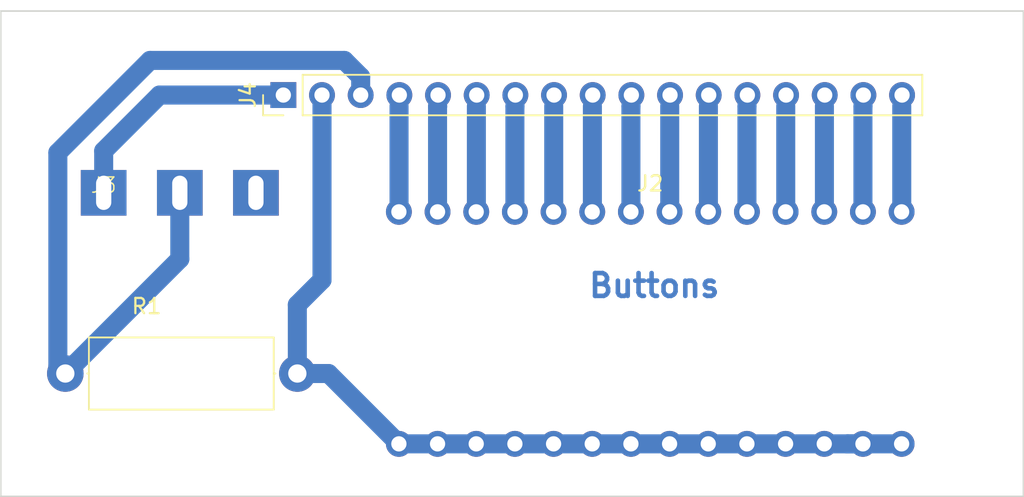
<source format=kicad_pcb>
(kicad_pcb (version 20221018) (generator pcbnew)
  (layers (0 "F.Cu" signal) (31 "B.Cu" signal) (34 "B.Paste" user) (35 "F.Paste" user) (36 "B.SilkS" user "B.Silkscreen") (37 "F.SilkS" user "F.Silkscreen") (38 "B.Mask" user) (39 "F.Mask" user) (44 "Edge.Cuts" user))
  (net 0 "")
  (net 1 "+3.3V")
  (net 2 "Net-(J2-Pin_1)")
  (net 3 "Net-(J2-Pin_3)")
  (net 4 "Net-(J2-Pin_5)")
  (net 5 "Net-(J2-Pin_7)")
  (net 6 "Net-(J2-Pin_9)")
  (net 7 "Net-(J2-Pin_11)")
  (net 8 "Net-(J2-Pin_13)")
  (net 9 "Net-(J2-Pin_15)")
  (net 10 "Net-(J2-Pin_17)")
  (net 11 "Net-(J2-Pin_19)")
  (net 12 "Net-(J2-Pin_21)")
  (net 13 "Net-(J2-Pin_23)")
  (net 14 "Net-(J2-Pin_25)")
  (net 15 "Net-(J2-Pin_27)")
  (net 16 "Net-(J3-Pin_1)")
  (net 17 "Net-(J3-Pin_2)")
  (footprint "Connector_PinHeader_2.54mm:PinHeader_1x17_P2.54mm_Vertical" (layer "F.Cu") (at 51.91 34.35 90)
    (fp_text reference "J4" (at 0 -2.33 90) (layer "F.SilkS"))
    (fp_text value "Conn_01x17_Pin")
    (fp_line (start -1.33 -1.33) (end 0 -1.33) (stroke (width 0.12)) (layer "F.SilkS"))
    (fp_line (start -1.33 0) (end -1.33 -1.33) (stroke (width 0.12)) (layer "F.SilkS"))
    (fp_line (start -1.33 1.27) (end -1.33 41.97) (stroke (width 0.12)) (layer "F.SilkS"))
    (fp_line (start -1.33 1.27) (end 1.33 1.27) (stroke (width 0.12)) (layer "F.SilkS"))
    (fp_line (start -1.33 41.97) (end 1.33 41.97) (stroke (width 0.12)) (layer "F.SilkS"))
    (fp_line (start 1.33 1.27) (end 1.33 41.97) (stroke (width 0.12)) (layer "F.SilkS"))
    (pad "1" thru_hole rect (at 0 0 90) (size 1.7 1.7) (drill 1) (layers "*.Cu" "*.Mask") (net 16 "Net-(J3-Pin_1)"))
    (pad "2" thru_hole oval (at 0 2.54 90) (size 1.7 1.7) (drill 1) (layers "*.Cu" "*.Mask") (net 1 "+3.3V"))
    (pad "3" thru_hole oval (at 0 5.08 90) (size 1.7 1.7) (drill 1) (layers "*.Cu" "*.Mask") (net 17 "Net-(J3-Pin_2)"))
    (pad "4" thru_hole oval (at 0 7.62 90) (size 1.7 1.7) (drill 1) (layers "*.Cu" "*.Mask") (net 2 "Net-(J2-Pin_1)"))
    (pad "5" thru_hole oval (at 0 10.16 90) (size 1.7 1.7) (drill 1) (layers "*.Cu" "*.Mask") (net 3 "Net-(J2-Pin_3)"))
    (pad "6" thru_hole oval (at 0 12.7 90) (size 1.7 1.7) (drill 1) (layers "*.Cu" "*.Mask") (net 4 "Net-(J2-Pin_5)"))
    (pad "7" thru_hole oval (at 0 15.24 90) (size 1.7 1.7) (drill 1) (layers "*.Cu" "*.Mask") (net 5 "Net-(J2-Pin_7)"))
    (pad "8" thru_hole oval (at 0 17.78 90) (size 1.7 1.7) (drill 1) (layers "*.Cu" "*.Mask") (net 6 "Net-(J2-Pin_9)"))
    (pad "9" thru_hole oval (at 0 20.32 90) (size 1.7 1.7) (drill 1) (layers "*.Cu" "*.Mask") (net 7 "Net-(J2-Pin_11)"))
    (pad "10" thru_hole oval (at 0 22.86 90) (size 1.7 1.7) (drill 1) (layers "*.Cu" "*.Mask") (net 8 "Net-(J2-Pin_13)"))
    (pad "11" thru_hole oval (at 0 25.4 90) (size 1.7 1.7) (drill 1) (layers "*.Cu" "*.Mask") (net 9 "Net-(J2-Pin_15)"))
    (pad "12" thru_hole oval (at 0 27.94 90) (size 1.7 1.7) (drill 1) (layers "*.Cu" "*.Mask") (net 10 "Net-(J2-Pin_17)"))
    (pad "13" thru_hole oval (at 0 30.48 90) (size 1.7 1.7) (drill 1) (layers "*.Cu" "*.Mask") (net 11 "Net-(J2-Pin_19)"))
    (pad "14" thru_hole oval (at 0 33.02 90) (size 1.7 1.7) (drill 1) (layers "*.Cu" "*.Mask") (net 12 "Net-(J2-Pin_21)"))
    (pad "15" thru_hole oval (at 0 35.56 90) (size 1.7 1.7) (drill 1) (layers "*.Cu" "*.Mask") (net 13 "Net-(J2-Pin_23)"))
    (pad "16" thru_hole oval (at 0 38.1 90) (size 1.7 1.7) (drill 1) (layers "*.Cu" "*.Mask") (net 14 "Net-(J2-Pin_25)"))
    (pad "17" thru_hole oval (at 0 40.64 90) (size 1.7 1.7) (drill 1) (layers "*.Cu" "*.Mask") (net 15 "Net-(J2-Pin_27)"))
  )
  (footprint "6.2300FPLibrary:AHHH" (layer "F.Cu") (at 40.11 40.77)
    (fp_text reference "J3" (at 0 -0.5 unlocked) (layer "F.SilkS") (effects (font (thickness 0.1))))
    (fp_text value "Conn_01x03_Pin")
    (pad "1" thru_hole rect (at 0 0) (size 3 3) (drill oval 1 2.25) (layers "*.Cu" "*.Mask") (net 16 "Net-(J3-Pin_1)"))
    (pad "2" thru_hole rect (at 5 0) (size 3 3) (drill oval 1 2.25) (layers "*.Cu" "*.Mask") (net 17 "Net-(J3-Pin_2)"))
    (pad "3" thru_hole rect (at 10 0) (size 3 3) (drill oval 1 2.25) (layers "*.Cu" "*.Mask"))
  )
  (footprint "Connector_Samtec_HLE_THT:Samtec_HLE-114-02-xx-DV-PE_2x14_P2.54mm_Horizontal" (layer "F.Cu") (at 59.5 42.02)
    (fp_text reference "J2" (at 16.51 -1.86) (layer "F.SilkS"))
    (fp_text value "Conn_02x14_Odd_Even" hide)
    (pad "1" thru_hole circle (at 0 0) (size 1.7 1.7) (drill 1) (layers "*.Cu" "*.Mask") (net 2 "Net-(J2-Pin_1)"))
    (pad "2" thru_hole circle (at 0 15.24) (size 1.7 1.7) (drill 1) (layers "*.Cu" "*.Mask") (net 1 "+3.3V"))
    (pad "3" thru_hole circle (at 2.54 0) (size 1.7 1.7) (drill 1) (layers "*.Cu" "*.Mask") (net 3 "Net-(J2-Pin_3)"))
    (pad "4" thru_hole circle (at 2.54 15.24) (size 1.7 1.7) (drill 1) (layers "*.Cu" "*.Mask") (net 1 "+3.3V"))
    (pad "5" thru_hole circle (at 5.08 0) (size 1.7 1.7) (drill 1) (layers "*.Cu" "*.Mask") (net 4 "Net-(J2-Pin_5)"))
    (pad "6" thru_hole circle (at 5.08 15.24) (size 1.7 1.7) (drill 1) (layers "*.Cu" "*.Mask") (net 1 "+3.3V"))
    (pad "7" thru_hole circle (at 7.62 0) (size 1.7 1.7) (drill 1) (layers "*.Cu" "*.Mask") (net 5 "Net-(J2-Pin_7)"))
    (pad "8" thru_hole circle (at 7.62 15.24) (size 1.7 1.7) (drill 1) (layers "*.Cu" "*.Mask") (net 1 "+3.3V"))
    (pad "9" thru_hole circle (at 10.16 0) (size 1.7 1.7) (drill 1) (layers "*.Cu" "*.Mask") (net 6 "Net-(J2-Pin_9)"))
    (pad "10" thru_hole circle (at 10.16 15.24) (size 1.7 1.7) (drill 1) (layers "*.Cu" "*.Mask") (net 1 "+3.3V"))
    (pad "11" thru_hole circle (at 12.7 0) (size 1.7 1.7) (drill 1) (layers "*.Cu" "*.Mask") (net 7 "Net-(J2-Pin_11)"))
    (pad "12" thru_hole circle (at 12.7 15.24) (size 1.7 1.7) (drill 1) (layers "*.Cu" "*.Mask") (net 1 "+3.3V"))
    (pad "13" thru_hole circle (at 15.24 0) (size 1.7 1.7) (drill 1) (layers "*.Cu" "*.Mask") (net 8 "Net-(J2-Pin_13)"))
    (pad "14" thru_hole circle (at 15.24 15.24) (size 1.7 1.7) (drill 1) (layers "*.Cu" "*.Mask") (net 1 "+3.3V"))
    (pad "15" thru_hole circle (at 17.78 0) (size 1.7 1.7) (drill 1) (layers "*.Cu" "*.Mask") (net 9 "Net-(J2-Pin_15)"))
    (pad "16" thru_hole circle (at 17.78 15.24) (size 1.7 1.7) (drill 1) (layers "*.Cu" "*.Mask") (net 1 "+3.3V"))
    (pad "17" thru_hole circle (at 20.32 0) (size 1.7 1.7) (drill 1) (layers "*.Cu" "*.Mask") (net 10 "Net-(J2-Pin_17)"))
    (pad "18" thru_hole circle (at 20.32 15.24) (size 1.7 1.7) (drill 1) (layers "*.Cu" "*.Mask") (net 1 "+3.3V"))
    (pad "19" thru_hole circle (at 22.86 0) (size 1.7 1.7) (drill 1) (layers "*.Cu" "*.Mask") (net 11 "Net-(J2-Pin_19)"))
    (pad "20" thru_hole circle (at 22.86 15.24) (size 1.7 1.7) (drill 1) (layers "*.Cu" "*.Mask") (net 1 "+3.3V"))
    (pad "21" thru_hole circle (at 25.4 0) (size 1.7 1.7) (drill 1) (layers "*.Cu" "*.Mask") (net 12 "Net-(J2-Pin_21)"))
    (pad "22" thru_hole circle (at 25.4 15.24) (size 1.7 1.7) (drill 1) (layers "*.Cu" "*.Mask") (net 1 "+3.3V"))
    (pad "23" thru_hole circle (at 27.94 0) (size 1.7 1.7) (drill 1) (layers "*.Cu" "*.Mask") (net 13 "Net-(J2-Pin_23)"))
    (pad "24" thru_hole circle (at 27.94 15.24) (size 1.7 1.7) (drill 1) (layers "*.Cu" "*.Mask") (net 1 "+3.3V"))
    (pad "25" thru_hole circle (at 30.48 0) (size 1.7 1.7) (drill 1) (layers "*.Cu" "*.Mask") (net 14 "Net-(J2-Pin_25)"))
    (pad "26" thru_hole circle (at 30.48 15.24) (size 1.7 1.7) (drill 1) (layers "*.Cu" "*.Mask") (net 1 "+3.3V"))
    (pad "27" thru_hole circle (at 33.02 0) (size 1.7 1.7) (drill 1) (layers "*.Cu" "*.Mask") (net 15 "Net-(J2-Pin_27)"))
    (pad "28" thru_hole circle (at 33.02 15.24) (size 1.7 1.7) (drill 1) (layers "*.Cu" "*.Mask") (net 1 "+3.3V"))
  )
  (footprint "Resistor_THT:R_Axial_DIN0414_L11.9mm_D4.5mm_P15.24mm_Horizontal" (layer "F.Cu") (at 37.59 52.64)
    (fp_text reference "R1" (at 5.34 -4.42) (layer "F.SilkS"))
    (fp_text value "5 KOhm")
    (fp_line (start 1.44 0) (end 1.55 0) (stroke (width 0.12)) (layer "F.SilkS"))
    (fp_line (start 1.55 -2.37) (end 1.55 2.37) (stroke (width 0.12)) (layer "F.SilkS"))
    (fp_line (start 1.55 2.37) (end 13.69 2.37) (stroke (width 0.12)) (layer "F.SilkS"))
    (fp_line (start 13.69 -2.37) (end 1.55 -2.37) (stroke (width 0.12)) (layer "F.SilkS"))
    (fp_line (start 13.69 2.37) (end 13.69 -2.37) (stroke (width 0.12)) (layer "F.SilkS"))
    (fp_line (start 13.8 0) (end 13.69 0) (stroke (width 0.12)) (layer "F.SilkS"))
    (pad "1" thru_hole circle (at 0 0) (size 2.4 2.4) (drill 1.2) (layers "*.Cu" "*.Mask") (net 17 "Net-(J3-Pin_2)"))
    (pad "2" thru_hole oval (at 15.24 0) (size 2.4 2.4) (drill 1.2) (layers "*.Cu" "*.Mask") (net 1 "+3.3V"))
  )
  (gr_rect (start 33.35 28.83) (end 100.52 60.71) (stroke (width 0.1)) (fill none) (layer "Edge.Cuts"))
  (gr_text "Buttons\n" (at 71.83 47.74) (layer "B.Cu") (effects (font (size 1.5 1.5) (thickness 0.3) bold) (justify left bottom)))
  (segment (start 52.83 48.12) (end 54.45 46.5) (width 1.25) (layer "B.Cu") (net 1))
  (segment (start 59.5 57.26) (end 62.04 57.26) (width 1.25) (layer "B.Cu") (net 1))
  (segment (start 87.44 57.26) (end 88.96 57.26) (width 1.25) (layer "B.Cu") (net 1))
  (segment (start 52.83 52.64) (end 52.83 48.12) (width 1.25) (layer "B.Cu") (net 1))
  (segment (start 64.58 57.26) (end 67.12 57.26) (width 1.25) (layer "B.Cu") (net 1))
  (segment (start 84.9 57.26) (end 87.44 57.26) (width 1.25) (layer "B.Cu") (net 1))
  (segment (start 82.36 57.26) (end 84.9 57.26) (width 1.25) (layer "B.Cu") (net 1))
  (segment (start 77.28 57.26) (end 79.82 57.26) (width 1.25) (layer "B.Cu") (net 1))
  (segment (start 67.12 57.26) (end 69.66 57.26) (width 1.25) (layer "B.Cu") (net 1))
  (segment (start 77.28 57.26) (end 74.74 57.26) (width 1.25) (layer "B.Cu") (net 1))
  (segment (start 69.66 57.26) (end 72.2 57.26) (width 1.25) (layer "B.Cu") (net 1))
  (segment (start 54.45 46.5) (end 54.45 34.35) (width 1.25) (layer "B.Cu") (net 1))
  (segment (start 72.2 57.26) (end 74.74 57.26) (width 1.25) (layer "B.Cu") (net 1))
  (segment (start 52.83 52.64) (end 54.88 52.64) (width 1.25) (layer "B.Cu") (net 1))
  (segment (start 88.96 57.26) (end 92.52 57.26) (width 1.25) (layer "B.Cu") (net 1))
  (segment (start 88.96 57.26) (end 89.98 57.26) (width 1.25) (layer "B.Cu") (net 1))
  (segment (start 79.82 57.26) (end 82.36 57.26) (width 1.25) (layer "B.Cu") (net 1))
  (segment (start 62.04 57.26) (end 64.58 57.26) (width 1.25) (layer "B.Cu") (net 1))
  (segment (start 54.88 52.64) (end 59.5 57.26) (width 1.25) (layer "B.Cu") (net 1))
  (segment (start 59.51 42.01) (end 59.5 42.02) (width 1.25) (layer "B.Cu") (net 2))
  (segment (start 59.51 35.08) (end 59.51 42.01) (width 1.25) (layer "B.Cu") (net 2))
  (segment (start 62.04 42.02) (end 62.04 35.09) (width 1.25) (layer "B.Cu") (net 3))
  (segment (start 62.04 35.09) (end 62.05 35.08) (width 1.25) (layer "B.Cu") (net 3))
  (segment (start 64.59 42.01) (end 64.58 42.02) (width 1.25) (layer "B.Cu") (net 4))
  (segment (start 64.59 35.08) (end 64.59 42.01) (width 1.25) (layer "B.Cu") (net 4))
  (segment (start 67.12 35.09) (end 67.13 35.08) (width 1.25) (layer "B.Cu") (net 5))
  (segment (start 67.12 42.02) (end 67.12 35.09) (width 1.25) (layer "B.Cu") (net 5))
  (segment (start 69.67 42.01) (end 69.66 42.02) (width 1.25) (layer "B.Cu") (net 6))
  (segment (start 69.67 35.08) (end 69.67 42.01) (width 1.25) (layer "B.Cu") (net 6))
  (segment (start 72.21 35.08) (end 72.21 42.01) (width 1.25) (layer "B.Cu") (net 7))
  (segment (start 72.21 42.01) (end 72.2 42.02) (width 1.25) (layer "B.Cu") (net 7))
  (segment (start 74.74 35.09) (end 74.75 35.08) (width 1.25) (layer "B.Cu") (net 8))
  (segment (start 74.74 42.02) (end 74.74 35.09) (width 1.25) (layer "B.Cu") (net 8))
  (segment (start 77.29 35.08) (end 77.29 42.01) (width 1.25) (layer "B.Cu") (net 9))
  (segment (start 77.29 42.01) (end 77.28 42.02) (width 1.25) (layer "B.Cu") (net 9))
  (segment (start 79.83 42.01) (end 79.82 42.02) (width 1.25) (layer "B.Cu") (net 10))
  (segment (start 79.83 35.08) (end 79.83 42.01) (width 1.25) (layer "B.Cu") (net 10))
  (segment (start 82.36 42.02) (end 82.36 35.09) (width 1.25) (layer "B.Cu") (net 11))
  (segment (start 82.36 35.09) (end 82.37 35.08) (width 1.25) (layer "B.Cu") (net 11))
  (segment (start 84.91 35.08) (end 84.91 42.01) (width 1.25) (layer "B.Cu") (net 12))
  (segment (start 84.91 42.01) (end 84.9 42.02) (width 1.25) (layer "B.Cu") (net 12))
  (segment (start 87.45 35.08) (end 87.45 42.01) (width 1.25) (layer "B.Cu") (net 13))
  (segment (start 87.45 42.01) (end 87.44 42.02) (width 1.25) (layer "B.Cu") (net 13))
  (segment (start 89.98 42.02) (end 89.98 35.09) (width 1.25) (layer "B.Cu") (net 14))
  (segment (start 89.98 35.09) (end 89.99 35.08) (width 1.25) (layer "B.Cu") (net 14))
  (segment (start 92.53 35.08) (end 92.53 42.01) (width 1.25) (layer "B.Cu") (net 15))
  (segment (start 92.53 42.01) (end 92.52 42.02) (width 1.25) (layer "B.Cu") (net 15))
  (segment (start 40.11 38.02) (end 40.11 40.77) (width 1.25) (layer "B.Cu") (net 16))
  (segment (start 43.78 34.35) (end 40.11 38.02) (width 1.25) (layer "B.Cu") (net 16))
  (segment (start 51.91 34.35) (end 43.78 34.35) (width 1.25) (layer "B.Cu") (net 16))
  (segment (start 45.11 45.12) (end 45.11 40.77) (width 1.25) (layer "B.Cu") (net 17))
  (segment (start 37.59 52.64) (end 45.11 45.12) (width 1.25) (layer "B.Cu") (net 17))
  (segment (start 56.99 34.35) (end 56.99 33.147919) (width 1.25) (layer "B.Cu") (net 17))
  (segment (start 37.1 52.15) (end 37.1 38.130862) (width 1.25) (layer "B.Cu") (net 17))
  (segment (start 56.99 33.147919) (end 55.917081 32.075) (width 1.25) (layer "B.Cu") (net 17))
  (segment (start 43.155862 32.075) (end 37.1 38.130862) (width 1.25) (layer "B.Cu") (net 17))
  (segment (start 37.59 52.64) (end 37.1 52.15) (width 1.25) (layer "B.Cu") (net 17))
  (segment (start 55.917081 32.075) (end 43.155862 32.075) (width 1.25) (layer "B.Cu") (net 17))
)
</source>
